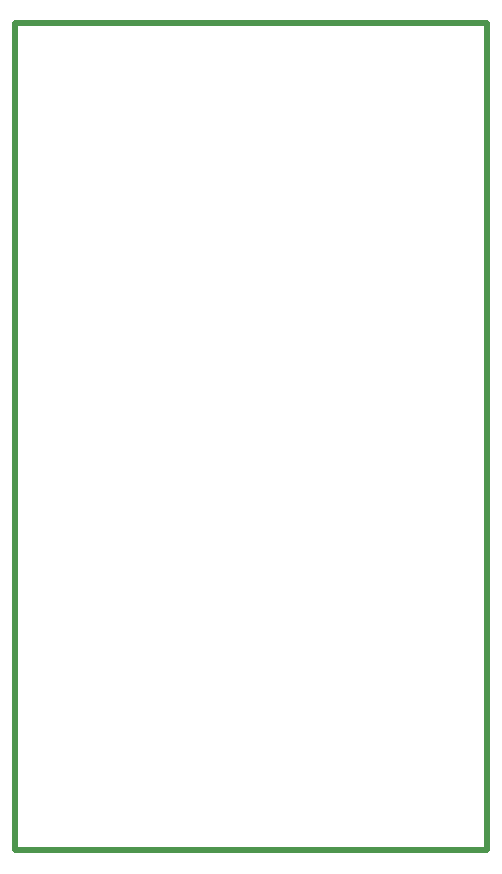
<source format=gbr>
G04*
G04 #@! TF.GenerationSoftware,Altium Limited,Altium Designer,24.2.2 (26)*
G04*
G04 Layer_Color=16711935*
%FSLAX44Y44*%
%MOMM*%
G71*
G04*
G04 #@! TF.SameCoordinates,A69A520D-3C44-4C1A-B5D4-BA9765A151AF*
G04*
G04*
G04 #@! TF.FilePolarity,Positive*
G04*
G01*
G75*
%ADD34C,0.5000*%
D34*
X0Y700000D02*
X400000D01*
X0Y0D02*
X400000D01*
Y700000D01*
X0Y0D02*
Y700000D01*
M02*

</source>
